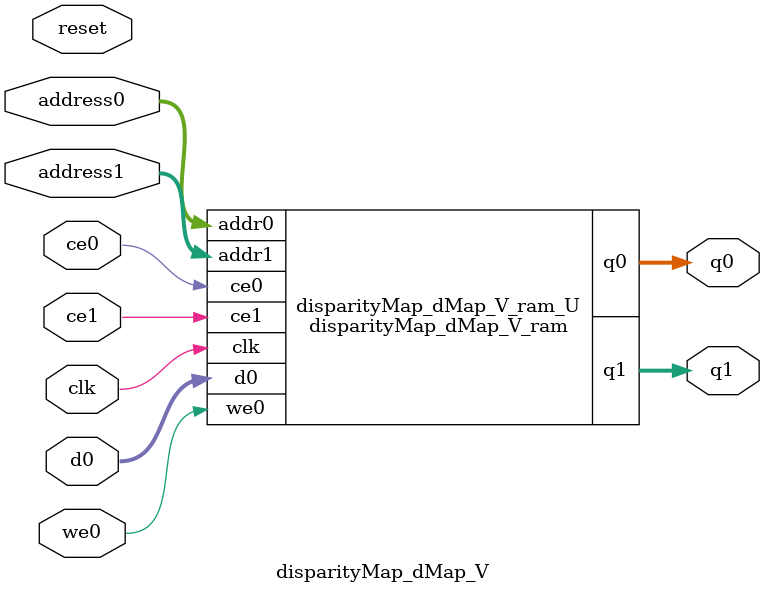
<source format=v>
`timescale 1 ns / 1 ps
module disparityMap_dMap_V_ram (addr0, ce0, d0, we0, q0, addr1, ce1, q1,  clk);

parameter DWIDTH = 8;
parameter AWIDTH = 17;
parameter MEM_SIZE = 110592;

input[AWIDTH-1:0] addr0;
input ce0;
input[DWIDTH-1:0] d0;
input we0;
output reg[DWIDTH-1:0] q0;
input[AWIDTH-1:0] addr1;
input ce1;
output reg[DWIDTH-1:0] q1;
input clk;

(* ram_style = "block" *)reg [DWIDTH-1:0] ram[0:MEM_SIZE-1];




always @(posedge clk)  
begin 
    if (ce0) 
    begin
        if (we0) 
        begin 
            ram[addr0] <= d0; 
        end 
        q0 <= ram[addr0];
    end
end


always @(posedge clk)  
begin 
    if (ce1) 
    begin
        q1 <= ram[addr1];
    end
end


endmodule

`timescale 1 ns / 1 ps
module disparityMap_dMap_V(
    reset,
    clk,
    address0,
    ce0,
    we0,
    d0,
    q0,
    address1,
    ce1,
    q1);

parameter DataWidth = 32'd8;
parameter AddressRange = 32'd110592;
parameter AddressWidth = 32'd17;
input reset;
input clk;
input[AddressWidth - 1:0] address0;
input ce0;
input we0;
input[DataWidth - 1:0] d0;
output[DataWidth - 1:0] q0;
input[AddressWidth - 1:0] address1;
input ce1;
output[DataWidth - 1:0] q1;



disparityMap_dMap_V_ram disparityMap_dMap_V_ram_U(
    .clk( clk ),
    .addr0( address0 ),
    .ce0( ce0 ),
    .we0( we0 ),
    .d0( d0 ),
    .q0( q0 ),
    .addr1( address1 ),
    .ce1( ce1 ),
    .q1( q1 ));

endmodule


</source>
